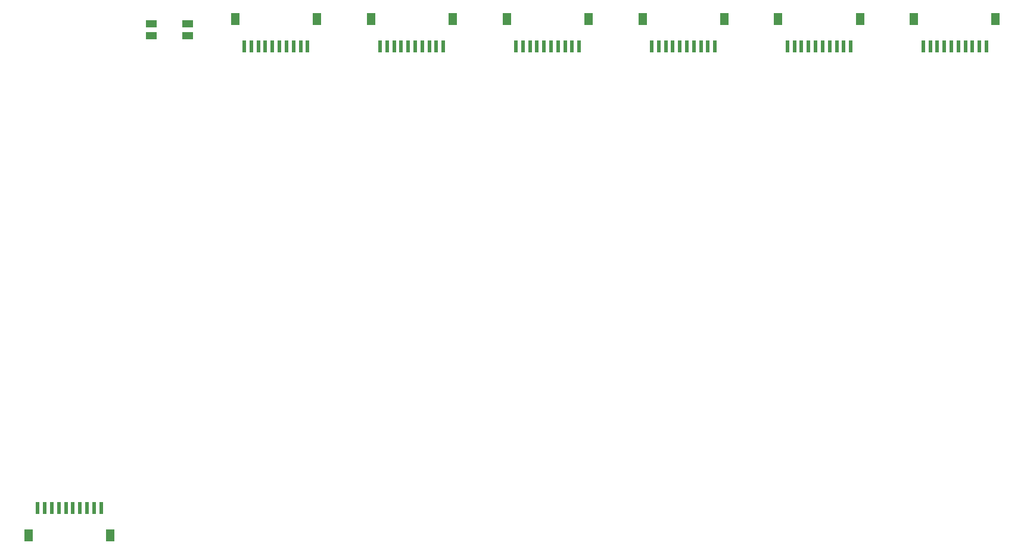
<source format=gbp>
G04 #@! TF.GenerationSoftware,KiCad,Pcbnew,7.0.8*
G04 #@! TF.CreationDate,2023-10-21T22:22:20-07:00*
G04 #@! TF.ProjectId,Seismos_5CoreR,53656973-6d6f-4735-9f35-436f7265522e,rev?*
G04 #@! TF.SameCoordinates,Original*
G04 #@! TF.FileFunction,Paste,Bot*
G04 #@! TF.FilePolarity,Positive*
%FSLAX46Y46*%
G04 Gerber Fmt 4.6, Leading zero omitted, Abs format (unit mm)*
G04 Created by KiCad (PCBNEW 7.0.8) date 2023-10-21 22:22:20*
%MOMM*%
%LPD*%
G01*
G04 APERTURE LIST*
%ADD10R,0.600000X1.700000*%
%ADD11R,1.200000X1.800000*%
%ADD12R,1.550000X1.000000*%
G04 APERTURE END LIST*
D10*
X66350000Y-25386000D03*
X67350000Y-25386000D03*
X68350000Y-25385000D03*
X69350000Y-25385000D03*
X70350000Y-25385000D03*
X71350000Y-25385000D03*
X72350000Y-25385000D03*
X73350000Y-25385000D03*
X74350000Y-25385000D03*
X75350000Y-25385000D03*
D11*
X65050000Y-21510000D03*
X76650000Y-21510000D03*
D10*
X85650000Y-25386000D03*
X86650000Y-25386000D03*
X87650000Y-25385000D03*
X88650000Y-25385000D03*
X89650000Y-25385000D03*
X90650000Y-25385000D03*
X91650000Y-25385000D03*
X92650000Y-25385000D03*
X93650000Y-25385000D03*
X94650000Y-25385000D03*
D11*
X84350000Y-21510000D03*
X95950000Y-21510000D03*
D12*
X58312500Y-23899500D03*
X58312500Y-22199500D03*
X53112500Y-23899500D03*
X53112500Y-22199500D03*
D10*
X46000000Y-91114000D03*
X45000000Y-91114000D03*
X44000000Y-91115000D03*
X43000000Y-91115000D03*
X42000000Y-91115000D03*
X41000000Y-91115000D03*
X40000000Y-91115000D03*
X39000000Y-91115000D03*
X38000000Y-91115000D03*
X37000000Y-91115000D03*
D11*
X47300000Y-94990000D03*
X35700000Y-94990000D03*
D10*
X162850000Y-25386000D03*
X163850000Y-25386000D03*
X164850000Y-25385000D03*
X165850000Y-25385000D03*
X166850000Y-25385000D03*
X167850000Y-25385000D03*
X168850000Y-25385000D03*
X169850000Y-25385000D03*
X170850000Y-25385000D03*
X171850000Y-25385000D03*
D11*
X161550000Y-21510000D03*
X173150000Y-21510000D03*
D10*
X124250000Y-25386000D03*
X125250000Y-25386000D03*
X126250000Y-25385000D03*
X127250000Y-25385000D03*
X128250000Y-25385000D03*
X129250000Y-25385000D03*
X130250000Y-25385000D03*
X131250000Y-25385000D03*
X132250000Y-25385000D03*
X133250000Y-25385000D03*
D11*
X122950000Y-21510000D03*
X134550000Y-21510000D03*
D10*
X104950000Y-25386000D03*
X105950000Y-25386000D03*
X106950000Y-25385000D03*
X107950000Y-25385000D03*
X108950000Y-25385000D03*
X109950000Y-25385000D03*
X110950000Y-25385000D03*
X111950000Y-25385000D03*
X112950000Y-25385000D03*
X113950000Y-25385000D03*
D11*
X103650000Y-21510000D03*
X115250000Y-21510000D03*
D10*
X143550000Y-25386000D03*
X144550000Y-25386000D03*
X145550000Y-25385000D03*
X146550000Y-25385000D03*
X147550000Y-25385000D03*
X148550000Y-25385000D03*
X149550000Y-25385000D03*
X150550000Y-25385000D03*
X151550000Y-25385000D03*
X152550000Y-25385000D03*
D11*
X142250000Y-21510000D03*
X153850000Y-21510000D03*
M02*

</source>
